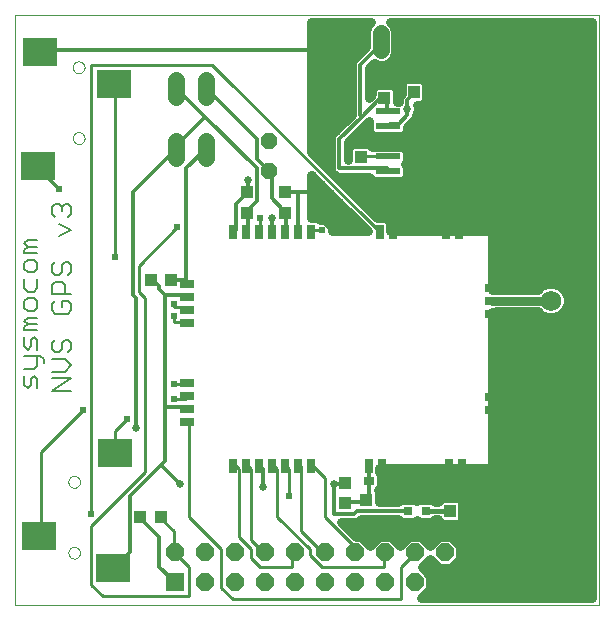
<source format=gtl>
G75*
G70*
%OFA0B0*%
%FSLAX24Y24*%
%IPPOS*%
%LPD*%
%AMOC8*
5,1,8,0,0,1.08239X$1,22.5*
%
%ADD10C,0.0000*%
%ADD11C,0.0060*%
%ADD12R,0.0500X0.0250*%
%ADD13R,0.0250X0.0500*%
%ADD14R,0.1157X0.0945*%
%ADD15R,0.0364X0.0291*%
%ADD16R,0.0433X0.0394*%
%ADD17R,0.0394X0.0433*%
%ADD18C,0.0560*%
%ADD19R,0.0600X0.0600*%
%ADD20OC8,0.0600*%
%ADD21OC8,0.0554*%
%ADD22C,0.0691*%
%ADD23OC8,0.0898*%
%ADD24R,0.0846X0.0217*%
%ADD25R,0.0866X0.1417*%
%ADD26R,0.0315X0.0315*%
%ADD27C,0.0300*%
%ADD28C,0.0600*%
%ADD29R,0.0260X0.0260*%
%ADD30C,0.0240*%
%ADD31C,0.0140*%
%ADD32C,0.0260*%
%ADD33OC8,0.0240*%
%ADD34C,0.0100*%
%ADD35C,0.0160*%
D10*
X000253Y000145D02*
X000253Y019830D01*
X019742Y019830D01*
X019742Y000145D01*
X000253Y000145D01*
X002041Y001897D02*
X002043Y001924D01*
X002049Y001951D01*
X002058Y001977D01*
X002071Y002001D01*
X002087Y002024D01*
X002106Y002043D01*
X002128Y002060D01*
X002152Y002074D01*
X002177Y002084D01*
X002204Y002091D01*
X002231Y002094D01*
X002259Y002093D01*
X002286Y002088D01*
X002312Y002080D01*
X002336Y002068D01*
X002359Y002052D01*
X002380Y002034D01*
X002397Y002013D01*
X002412Y001989D01*
X002423Y001964D01*
X002431Y001938D01*
X002435Y001911D01*
X002435Y001883D01*
X002431Y001856D01*
X002423Y001830D01*
X002412Y001805D01*
X002397Y001781D01*
X002380Y001760D01*
X002359Y001742D01*
X002337Y001726D01*
X002312Y001714D01*
X002286Y001706D01*
X002259Y001701D01*
X002231Y001700D01*
X002204Y001703D01*
X002177Y001710D01*
X002152Y001720D01*
X002128Y001734D01*
X002106Y001751D01*
X002087Y001770D01*
X002071Y001793D01*
X002058Y001817D01*
X002049Y001843D01*
X002043Y001870D01*
X002041Y001897D01*
X002041Y004259D02*
X002043Y004286D01*
X002049Y004313D01*
X002058Y004339D01*
X002071Y004363D01*
X002087Y004386D01*
X002106Y004405D01*
X002128Y004422D01*
X002152Y004436D01*
X002177Y004446D01*
X002204Y004453D01*
X002231Y004456D01*
X002259Y004455D01*
X002286Y004450D01*
X002312Y004442D01*
X002336Y004430D01*
X002359Y004414D01*
X002380Y004396D01*
X002397Y004375D01*
X002412Y004351D01*
X002423Y004326D01*
X002431Y004300D01*
X002435Y004273D01*
X002435Y004245D01*
X002431Y004218D01*
X002423Y004192D01*
X002412Y004167D01*
X002397Y004143D01*
X002380Y004122D01*
X002359Y004104D01*
X002337Y004088D01*
X002312Y004076D01*
X002286Y004068D01*
X002259Y004063D01*
X002231Y004062D01*
X002204Y004065D01*
X002177Y004072D01*
X002152Y004082D01*
X002128Y004096D01*
X002106Y004113D01*
X002087Y004132D01*
X002071Y004155D01*
X002058Y004179D01*
X002049Y004205D01*
X002043Y004232D01*
X002041Y004259D01*
X002190Y015716D02*
X002192Y015743D01*
X002198Y015770D01*
X002207Y015796D01*
X002220Y015820D01*
X002236Y015843D01*
X002255Y015862D01*
X002277Y015879D01*
X002301Y015893D01*
X002326Y015903D01*
X002353Y015910D01*
X002380Y015913D01*
X002408Y015912D01*
X002435Y015907D01*
X002461Y015899D01*
X002485Y015887D01*
X002508Y015871D01*
X002529Y015853D01*
X002546Y015832D01*
X002561Y015808D01*
X002572Y015783D01*
X002580Y015757D01*
X002584Y015730D01*
X002584Y015702D01*
X002580Y015675D01*
X002572Y015649D01*
X002561Y015624D01*
X002546Y015600D01*
X002529Y015579D01*
X002508Y015561D01*
X002486Y015545D01*
X002461Y015533D01*
X002435Y015525D01*
X002408Y015520D01*
X002380Y015519D01*
X002353Y015522D01*
X002326Y015529D01*
X002301Y015539D01*
X002277Y015553D01*
X002255Y015570D01*
X002236Y015589D01*
X002220Y015612D01*
X002207Y015636D01*
X002198Y015662D01*
X002192Y015689D01*
X002190Y015716D01*
X002190Y018078D02*
X002192Y018105D01*
X002198Y018132D01*
X002207Y018158D01*
X002220Y018182D01*
X002236Y018205D01*
X002255Y018224D01*
X002277Y018241D01*
X002301Y018255D01*
X002326Y018265D01*
X002353Y018272D01*
X002380Y018275D01*
X002408Y018274D01*
X002435Y018269D01*
X002461Y018261D01*
X002485Y018249D01*
X002508Y018233D01*
X002529Y018215D01*
X002546Y018194D01*
X002561Y018170D01*
X002572Y018145D01*
X002580Y018119D01*
X002584Y018092D01*
X002584Y018064D01*
X002580Y018037D01*
X002572Y018011D01*
X002561Y017986D01*
X002546Y017962D01*
X002529Y017941D01*
X002508Y017923D01*
X002486Y017907D01*
X002461Y017895D01*
X002435Y017887D01*
X002408Y017882D01*
X002380Y017881D01*
X002353Y017884D01*
X002326Y017891D01*
X002301Y017901D01*
X002277Y017915D01*
X002255Y017932D01*
X002236Y017951D01*
X002220Y017974D01*
X002207Y017998D01*
X002198Y018024D01*
X002192Y018051D01*
X002190Y018078D01*
D11*
X002037Y013513D02*
X002143Y013406D01*
X002143Y013192D01*
X002037Y013086D01*
X001823Y013299D02*
X001823Y013406D01*
X001930Y013513D01*
X002037Y013513D01*
X001823Y013406D02*
X001716Y013513D01*
X001610Y013513D01*
X001503Y013406D01*
X001503Y013192D01*
X001610Y013086D01*
X001716Y012868D02*
X002143Y012655D01*
X001716Y012441D01*
X001003Y012314D02*
X000683Y012314D01*
X000576Y012207D01*
X000683Y012100D01*
X001003Y012100D01*
X001003Y011887D02*
X000576Y011887D01*
X000576Y011993D01*
X000683Y012100D01*
X000683Y011669D02*
X000576Y011562D01*
X000576Y011349D01*
X000683Y011242D01*
X000897Y011242D01*
X001003Y011349D01*
X001003Y011562D01*
X000897Y011669D01*
X000683Y011669D01*
X000576Y011024D02*
X000576Y010704D01*
X000683Y010597D01*
X000897Y010597D01*
X001003Y010704D01*
X001003Y011024D01*
X001503Y010828D02*
X001503Y010507D01*
X002143Y010507D01*
X001930Y010507D02*
X001930Y010828D01*
X001823Y010934D01*
X001610Y010934D01*
X001503Y010828D01*
X001610Y011152D02*
X001716Y011152D01*
X001823Y011259D01*
X001823Y011472D01*
X001930Y011579D01*
X002037Y011579D01*
X002143Y011472D01*
X002143Y011259D01*
X002037Y011152D01*
X001610Y011152D02*
X001503Y011259D01*
X001503Y011472D01*
X001610Y011579D01*
X000897Y010380D02*
X000683Y010380D01*
X000576Y010273D01*
X000576Y010060D01*
X000683Y009953D01*
X000897Y009953D01*
X001003Y010060D01*
X001003Y010273D01*
X000897Y010380D01*
X001503Y010183D02*
X001503Y009970D01*
X001610Y009863D01*
X002037Y009863D01*
X002143Y009970D01*
X002143Y010183D01*
X002037Y010290D01*
X001823Y010290D01*
X001823Y010076D01*
X001610Y010290D02*
X001503Y010183D01*
X001003Y009735D02*
X000683Y009735D01*
X000576Y009629D01*
X000683Y009522D01*
X001003Y009522D01*
X001003Y009308D02*
X000576Y009308D01*
X000576Y009415D01*
X000683Y009522D01*
X000576Y009091D02*
X000576Y008771D01*
X000683Y008664D01*
X000790Y008771D01*
X000790Y008984D01*
X000897Y009091D01*
X001003Y008984D01*
X001003Y008664D01*
X001003Y008446D02*
X001003Y008126D01*
X000897Y008019D01*
X000576Y008019D01*
X000576Y007802D02*
X000576Y007481D01*
X000683Y007375D01*
X000790Y007481D01*
X000790Y007695D01*
X000897Y007802D01*
X001003Y007695D01*
X001003Y007375D01*
X001503Y007285D02*
X002143Y007712D01*
X001503Y007712D01*
X001503Y007929D02*
X001930Y007929D01*
X002143Y008143D01*
X001930Y008356D01*
X001503Y008356D01*
X001610Y008574D02*
X001716Y008574D01*
X001823Y008681D01*
X001823Y008894D01*
X001930Y009001D01*
X002037Y009001D01*
X002143Y008894D01*
X002143Y008681D01*
X002037Y008574D01*
X001610Y008574D02*
X001503Y008681D01*
X001503Y008894D01*
X001610Y009001D01*
X001110Y008446D02*
X001217Y008340D01*
X001217Y008233D01*
X001110Y008446D02*
X000576Y008446D01*
X001503Y007285D02*
X002143Y007285D01*
D12*
X006005Y007113D03*
X006005Y007546D03*
X006005Y006680D03*
X006005Y006247D03*
X006005Y009554D03*
X006005Y009987D03*
X006005Y010420D03*
X006005Y010853D03*
X016163Y010735D03*
X016163Y010302D03*
X016163Y009869D03*
X016163Y007074D03*
X016163Y006641D03*
D13*
X015179Y004790D03*
X014745Y004790D03*
X012501Y004790D03*
X012068Y004790D03*
X010139Y004790D03*
X009706Y004790D03*
X009273Y004790D03*
X008840Y004790D03*
X008407Y004790D03*
X007974Y004790D03*
X007541Y004790D03*
X007541Y012586D03*
X007974Y012586D03*
X008407Y012586D03*
X008840Y012586D03*
X009273Y012586D03*
X009706Y012586D03*
X010139Y012586D03*
X012423Y012586D03*
X012856Y012586D03*
X014627Y012586D03*
X015060Y012586D03*
D14*
X003568Y017527D03*
X001098Y018590D03*
X001039Y014771D03*
X003586Y005204D03*
X001057Y002448D03*
X003527Y001385D03*
D15*
X012064Y004302D03*
X012537Y004302D03*
D16*
X012635Y003668D03*
X011966Y003668D03*
X005466Y010973D03*
X004797Y010973D03*
D17*
X007993Y013235D03*
X007993Y013905D03*
X009257Y013905D03*
X009257Y013235D03*
X011789Y015086D03*
X011789Y015755D03*
X012576Y017054D03*
X012576Y017723D03*
X013560Y017920D03*
X013560Y017251D03*
X011277Y004219D03*
X011277Y003550D03*
X014769Y003295D03*
X015438Y003295D03*
X005116Y003097D03*
X004446Y003097D03*
D18*
X005647Y015059D02*
X005647Y015619D01*
X006647Y015619D02*
X006647Y015059D01*
X006647Y017098D02*
X006647Y017658D01*
X005647Y017658D02*
X005647Y017098D01*
X011458Y018644D02*
X011458Y019204D01*
X012458Y019204D02*
X012458Y018644D01*
X013458Y018644D02*
X013458Y019204D01*
D19*
X005596Y000905D03*
D20*
X005596Y001905D03*
X006596Y001905D03*
X007596Y001905D03*
X008596Y001905D03*
X009596Y001905D03*
X010596Y001905D03*
X011596Y001905D03*
X012596Y001905D03*
X013596Y001905D03*
X014596Y001905D03*
X014596Y000905D03*
X013596Y000905D03*
X012596Y000905D03*
X011596Y000905D03*
X010596Y000905D03*
X009596Y000905D03*
X008596Y000905D03*
X007596Y000905D03*
X006596Y000905D03*
D21*
X008738Y014605D03*
X008738Y015605D03*
X019328Y015105D03*
D22*
X018127Y010302D03*
D23*
X017127Y009302D03*
X019127Y009302D03*
X019127Y011302D03*
X017127Y011302D03*
D24*
X012694Y014617D03*
X012694Y015117D03*
X012694Y015617D03*
X012694Y016117D03*
X012694Y016617D03*
D25*
X014938Y015617D03*
D26*
X013959Y003295D03*
X013368Y003295D03*
D27*
X013663Y003611D02*
X013613Y003662D01*
X013124Y003662D01*
X013036Y003574D01*
X012392Y003574D01*
X012392Y003952D01*
X012366Y003979D01*
X012456Y004070D01*
X012456Y004535D01*
X012403Y004588D01*
X012403Y004719D01*
X016067Y004719D01*
X016155Y004807D01*
X016155Y009922D01*
X016178Y009922D01*
X016228Y009917D01*
X016249Y009922D01*
X016270Y009922D01*
X016317Y009942D01*
X016318Y009942D01*
X017702Y009942D01*
X017813Y009831D01*
X018017Y009747D01*
X018238Y009747D01*
X018442Y009831D01*
X018598Y009988D01*
X018683Y010192D01*
X018683Y010413D01*
X018598Y010617D01*
X018442Y010773D01*
X018238Y010858D01*
X018017Y010858D01*
X017813Y010773D01*
X017702Y010662D01*
X016183Y010662D01*
X016155Y010665D01*
X016155Y012530D01*
X016067Y012618D01*
X012758Y012618D01*
X012758Y012923D01*
X012635Y013046D01*
X012326Y013046D01*
X010135Y015237D01*
X010135Y019580D01*
X012141Y019580D01*
X012043Y019482D01*
X011968Y019302D01*
X011968Y018751D01*
X011610Y018394D01*
X011532Y018315D01*
X011489Y018212D01*
X011489Y016501D01*
X010843Y015854D01*
X010800Y015752D01*
X010800Y014656D01*
X010843Y014553D01*
X010921Y014474D01*
X011024Y014432D01*
X012061Y014432D01*
X012061Y014422D01*
X012184Y014299D01*
X013205Y014299D01*
X013328Y014422D01*
X013328Y014812D01*
X013273Y014867D01*
X013328Y014922D01*
X013328Y015312D01*
X013205Y015435D01*
X012184Y015435D01*
X012167Y015418D01*
X012073Y015512D01*
X011505Y015512D01*
X011382Y015389D01*
X011382Y014992D01*
X011360Y014992D01*
X011360Y015580D01*
X011977Y016197D01*
X012056Y016275D01*
X012056Y016275D01*
X012061Y016281D01*
X012061Y015922D01*
X012184Y015799D01*
X013205Y015799D01*
X013328Y015922D01*
X013328Y016071D01*
X013581Y016325D01*
X013624Y016428D01*
X013624Y016479D01*
X013632Y016488D01*
X013684Y016612D01*
X013684Y016748D01*
X013652Y016824D01*
X013844Y016824D01*
X013967Y016947D01*
X013967Y017555D01*
X013844Y017678D01*
X013277Y017678D01*
X013154Y017555D01*
X013154Y017181D01*
X013107Y017134D01*
X013064Y017031D01*
X013064Y016935D01*
X012983Y016935D01*
X012983Y017358D01*
X012860Y017481D01*
X012292Y017481D01*
X012169Y017358D01*
X012169Y017181D01*
X012122Y017134D01*
X012049Y017061D01*
X012049Y018041D01*
X012221Y018212D01*
X012361Y018154D01*
X012556Y018154D01*
X012736Y018229D01*
X012873Y018367D01*
X012948Y018547D01*
X012948Y019302D01*
X012873Y019482D01*
X012776Y019580D01*
X019492Y019580D01*
X019492Y000395D01*
X013807Y000395D01*
X014106Y000693D01*
X014106Y001116D01*
X013817Y001405D01*
X014096Y001683D01*
X014385Y001395D01*
X014807Y001395D01*
X015106Y001693D01*
X015106Y002116D01*
X014807Y002415D01*
X014385Y002415D01*
X014096Y002126D01*
X013807Y002415D01*
X013385Y002415D01*
X013096Y002126D01*
X012807Y002415D01*
X012385Y002415D01*
X012096Y002126D01*
X011807Y002415D01*
X011639Y002415D01*
X011137Y002916D01*
X011628Y002916D01*
X011731Y002958D01*
X011787Y003014D01*
X013037Y003014D01*
X013124Y002927D01*
X013613Y002927D01*
X013663Y002978D01*
X013714Y002927D01*
X014203Y002927D01*
X014281Y003005D01*
X014362Y003005D01*
X014362Y002991D01*
X014485Y002868D01*
X015053Y002868D01*
X015176Y002991D01*
X015176Y003598D01*
X015053Y003721D01*
X014485Y003721D01*
X014362Y003598D01*
X014362Y003585D01*
X014281Y003585D01*
X014203Y003662D01*
X013714Y003662D01*
X013663Y003611D01*
X012392Y003727D02*
X019492Y003727D01*
X019492Y004025D02*
X012412Y004025D01*
X012456Y004324D02*
X019492Y004324D01*
X019492Y004622D02*
X012403Y004622D01*
X011222Y002831D02*
X019492Y002831D01*
X019492Y002533D02*
X011520Y002533D01*
X011987Y002234D02*
X012204Y002234D01*
X012987Y002234D02*
X013204Y002234D01*
X013987Y002234D02*
X014204Y002234D01*
X014142Y001637D02*
X014050Y001637D01*
X013883Y001339D02*
X019492Y001339D01*
X019492Y001040D02*
X014106Y001040D01*
X014106Y000742D02*
X019492Y000742D01*
X019492Y000443D02*
X013856Y000443D01*
X015050Y001637D02*
X019492Y001637D01*
X019492Y001936D02*
X015106Y001936D01*
X014987Y002234D02*
X019492Y002234D01*
X019492Y003130D02*
X015176Y003130D01*
X015176Y003428D02*
X019492Y003428D01*
X019492Y004921D02*
X016155Y004921D01*
X016155Y005219D02*
X019492Y005219D01*
X019492Y005518D02*
X016155Y005518D01*
X016155Y005816D02*
X019492Y005816D01*
X019492Y006115D02*
X016155Y006115D01*
X016155Y006413D02*
X019492Y006413D01*
X019492Y006712D02*
X016155Y006712D01*
X016155Y007010D02*
X019492Y007010D01*
X019492Y007309D02*
X016155Y007309D01*
X016155Y007607D02*
X019492Y007607D01*
X019492Y007906D02*
X016155Y007906D01*
X016155Y008204D02*
X019492Y008204D01*
X019492Y008503D02*
X016155Y008503D01*
X016155Y008801D02*
X019492Y008801D01*
X019492Y009100D02*
X016155Y009100D01*
X016155Y009398D02*
X019492Y009398D01*
X019492Y009697D02*
X016155Y009697D01*
X016198Y010282D02*
X016198Y010302D01*
X017820Y010302D01*
X017970Y010282D01*
X018068Y010282D01*
X018127Y010302D01*
X018683Y010294D02*
X019492Y010294D01*
X019492Y009995D02*
X018601Y009995D01*
X018608Y010592D02*
X019492Y010592D01*
X019492Y010891D02*
X016155Y010891D01*
X016155Y011189D02*
X019492Y011189D01*
X019492Y011488D02*
X016155Y011488D01*
X016155Y011786D02*
X019492Y011786D01*
X019492Y012085D02*
X016155Y012085D01*
X016155Y012383D02*
X019492Y012383D01*
X019492Y012682D02*
X012758Y012682D01*
X012700Y012980D02*
X019492Y012980D01*
X019492Y013279D02*
X012093Y013279D01*
X011795Y013577D02*
X019492Y013577D01*
X019492Y013876D02*
X011496Y013876D01*
X011198Y014174D02*
X019492Y014174D01*
X019492Y014473D02*
X013328Y014473D01*
X013328Y014771D02*
X019492Y014771D01*
X019492Y015070D02*
X013328Y015070D01*
X013272Y015368D02*
X019492Y015368D01*
X019492Y015667D02*
X011447Y015667D01*
X011382Y015368D02*
X011360Y015368D01*
X011360Y015070D02*
X011382Y015070D01*
X010800Y015070D02*
X010302Y015070D01*
X010135Y015368D02*
X010800Y015368D01*
X010800Y015667D02*
X010135Y015667D01*
X010135Y015965D02*
X010953Y015965D01*
X011252Y016264D02*
X010135Y016264D01*
X010135Y016562D02*
X011489Y016562D01*
X011489Y016861D02*
X010135Y016861D01*
X010135Y017159D02*
X011489Y017159D01*
X011489Y017458D02*
X010135Y017458D01*
X010135Y017756D02*
X011489Y017756D01*
X011489Y018055D02*
X010135Y018055D01*
X010135Y018353D02*
X011570Y018353D01*
X011868Y018652D02*
X010135Y018652D01*
X010135Y018950D02*
X011968Y018950D01*
X011968Y019249D02*
X010135Y019249D01*
X010135Y019547D02*
X012108Y019547D01*
X012808Y019547D02*
X019492Y019547D01*
X019492Y019249D02*
X012948Y019249D01*
X012948Y018950D02*
X019492Y018950D01*
X019492Y018652D02*
X012948Y018652D01*
X012860Y018353D02*
X019492Y018353D01*
X019492Y018055D02*
X012063Y018055D01*
X012049Y017756D02*
X019492Y017756D01*
X019492Y017458D02*
X013967Y017458D01*
X013967Y017159D02*
X019492Y017159D01*
X019492Y016861D02*
X013881Y016861D01*
X013663Y016562D02*
X019492Y016562D01*
X019492Y016264D02*
X013520Y016264D01*
X013328Y015965D02*
X019492Y015965D01*
X016198Y010302D02*
X016159Y010302D01*
X016163Y010302D02*
X016198Y010282D01*
X012019Y012618D02*
X010820Y012618D01*
X010820Y012710D01*
X010769Y012832D01*
X010676Y012924D01*
X010555Y012975D01*
X010424Y012975D01*
X010423Y012974D01*
X010351Y013046D01*
X010135Y013046D01*
X010135Y014501D01*
X012019Y012618D01*
X011955Y012682D02*
X010820Y012682D01*
X010417Y012980D02*
X011656Y012980D01*
X011358Y013279D02*
X010135Y013279D01*
X010135Y013577D02*
X011059Y013577D01*
X010761Y013876D02*
X010135Y013876D01*
X010135Y014174D02*
X010462Y014174D01*
X010164Y014473D02*
X010135Y014473D01*
X010601Y014771D02*
X010800Y014771D01*
X010899Y014473D02*
X010925Y014473D01*
X011745Y015965D02*
X012061Y015965D01*
X011977Y016197D02*
X011977Y016197D01*
X012044Y016264D02*
X012061Y016264D01*
X012049Y017159D02*
X012147Y017159D01*
X012049Y017458D02*
X012269Y017458D01*
X012883Y017458D02*
X013154Y017458D01*
X013132Y017159D02*
X012983Y017159D01*
D28*
X017104Y011286D02*
X019112Y011286D01*
X019112Y009279D01*
X017104Y009279D01*
X017104Y009318D01*
X019112Y011286D02*
X019112Y011326D01*
D29*
X018994Y012586D03*
X019348Y012586D03*
X018639Y012586D03*
X018285Y012586D03*
X017931Y012586D03*
X017576Y012586D03*
X017222Y012586D03*
X016868Y012586D03*
X016513Y012586D03*
X016159Y012586D03*
X016198Y008097D03*
X016553Y008097D03*
X016907Y008097D03*
X017261Y008097D03*
X017616Y008097D03*
X017970Y008097D03*
X018324Y008097D03*
X018679Y008097D03*
X019033Y008097D03*
X019387Y008097D03*
D30*
X017743Y009865D03*
X017503Y009865D03*
X017263Y009865D03*
X017023Y009865D03*
X016783Y009865D03*
X016543Y009865D03*
X016543Y010735D03*
X016783Y010735D03*
X017023Y010735D03*
X017263Y010735D03*
X017503Y010735D03*
X017743Y010735D03*
X010490Y012645D03*
X008423Y013038D03*
X005667Y012743D03*
X003600Y011759D03*
X005568Y010184D03*
X005568Y009790D03*
X005568Y007527D03*
X005568Y007034D03*
X003993Y006345D03*
X002517Y006641D03*
X002812Y003196D03*
X009407Y003786D03*
X001730Y014023D03*
D31*
X004190Y013924D02*
X005568Y015302D01*
X005647Y015339D01*
X005667Y015401D01*
X005667Y015499D01*
X006602Y016434D01*
X008324Y014712D01*
X008324Y013629D01*
X008029Y013334D01*
X007993Y013235D01*
X008029Y013137D01*
X008029Y012645D01*
X007974Y012586D01*
X007635Y012645D02*
X007541Y012586D01*
X007635Y012645D02*
X007635Y013531D01*
X007930Y013826D01*
X007993Y013905D01*
X008029Y013924D01*
X008029Y014318D01*
X008718Y014613D02*
X008324Y015007D01*
X008324Y015696D01*
X006651Y017369D01*
X006647Y017378D01*
X006602Y016434D02*
X005667Y017369D01*
X005647Y017378D01*
X006553Y015302D02*
X006647Y015339D01*
X006553Y015302D02*
X005962Y014712D01*
X005962Y010971D01*
X006005Y010853D01*
X005962Y010873D01*
X005962Y010971D01*
X005470Y010971D01*
X005466Y010973D01*
X005076Y010775D02*
X005076Y010676D01*
X005273Y010479D01*
X005273Y006739D01*
X005273Y004968D01*
X005125Y004820D01*
X005765Y004180D01*
X005125Y004820D02*
X004092Y003786D01*
X004092Y001916D01*
X003600Y001424D01*
X003527Y001385D01*
X005076Y001424D02*
X005596Y000905D01*
X005076Y001424D02*
X005076Y002408D01*
X004486Y002999D01*
X004446Y003097D01*
X004289Y006050D02*
X004289Y010381D01*
X004190Y010479D01*
X004190Y013924D01*
X004797Y010973D02*
X004879Y010971D01*
X005076Y010775D01*
X005273Y010479D02*
X005962Y010479D01*
X006005Y010420D01*
X008840Y012586D02*
X008816Y012645D01*
X008816Y013038D01*
X009257Y013235D02*
X009308Y013137D01*
X009308Y012645D01*
X009273Y012586D01*
X009702Y012645D02*
X009706Y012586D01*
X009702Y012645D02*
X009702Y013924D01*
X009308Y013924D01*
X009257Y013905D01*
X009702Y013924D02*
X010135Y013924D01*
X009210Y013334D02*
X009257Y013235D01*
X009210Y013334D02*
X008816Y013727D01*
X008816Y014515D01*
X008738Y014605D01*
X008718Y014613D01*
X011080Y014712D02*
X011080Y015696D01*
X011818Y016434D01*
X011769Y016483D01*
X011769Y018156D01*
X012458Y018845D01*
X012458Y018924D01*
X013560Y017251D02*
X013541Y017172D01*
X013344Y016975D01*
X013344Y016680D01*
X013344Y016483D01*
X013049Y016188D01*
X012753Y016188D01*
X012694Y016117D01*
X012694Y016617D02*
X012655Y016680D01*
X012655Y016975D01*
X012576Y017054D01*
X012556Y016975D01*
X012360Y016975D01*
X011818Y016434D01*
X011080Y014712D02*
X012655Y014712D01*
X012694Y014617D01*
X010135Y018649D02*
X001139Y018649D01*
X001098Y018590D01*
X005273Y006739D02*
X005962Y006739D01*
X006005Y006680D01*
X008407Y004790D02*
X008423Y004771D01*
X008521Y004672D01*
X008521Y004082D01*
X010883Y004180D02*
X010883Y003196D01*
X011572Y003196D01*
X011671Y003294D01*
X013344Y003294D01*
X013368Y003295D01*
X012064Y003688D02*
X011966Y003668D01*
X011868Y003590D01*
X011375Y003590D01*
X011277Y003550D01*
X011179Y004180D02*
X010883Y004180D01*
X011179Y004180D02*
X011277Y004219D01*
X012064Y004302D02*
X012064Y004771D01*
X012068Y004790D01*
X012064Y004302D02*
X012064Y003688D01*
D32*
X010883Y004180D03*
X008521Y004082D03*
X005765Y004180D03*
X004289Y006050D03*
X008816Y013038D03*
X008029Y014318D03*
X013344Y016680D03*
D33*
X010783Y013285D03*
D34*
X010490Y012645D02*
X010194Y012645D01*
X010139Y012586D01*
X008423Y012645D02*
X008407Y012586D01*
X008423Y012645D02*
X008423Y013038D01*
X005667Y012743D02*
X004387Y011464D01*
X004387Y010578D01*
X004584Y010381D01*
X004584Y004574D01*
X002812Y002802D01*
X002812Y000834D01*
X003206Y000440D01*
X006060Y000440D01*
X006060Y001424D01*
X005667Y001818D01*
X005596Y001905D01*
X005568Y001916D01*
X005568Y002605D01*
X005175Y002999D01*
X005116Y003097D01*
X006060Y003097D02*
X007143Y002015D01*
X007143Y000735D01*
X007537Y000342D01*
X013147Y000342D01*
X013147Y001424D01*
X013541Y001818D01*
X013596Y001905D01*
X012596Y001905D02*
X012556Y001818D01*
X012556Y001424D01*
X010490Y001424D01*
X010096Y001818D01*
X010096Y002015D01*
X009013Y003097D01*
X009013Y004672D01*
X008915Y004771D01*
X008840Y004790D01*
X009273Y004790D02*
X009308Y004771D01*
X009407Y004672D01*
X009407Y003786D01*
X009706Y004790D02*
X009801Y004771D01*
X009801Y002605D01*
X010588Y001818D01*
X010596Y001905D01*
X009596Y001905D02*
X009505Y001818D01*
X009505Y001424D01*
X008423Y001424D01*
X008127Y001719D01*
X008127Y002015D01*
X007734Y002408D01*
X007734Y004672D01*
X007635Y004771D01*
X007541Y004790D01*
X007974Y004790D02*
X008029Y004771D01*
X008127Y004672D01*
X008127Y002310D01*
X008521Y001916D01*
X008596Y001905D01*
X010588Y003097D02*
X011572Y002113D01*
X011572Y001916D01*
X011596Y001905D01*
X010588Y003097D02*
X010588Y004377D01*
X010194Y004771D01*
X010139Y004790D01*
X006060Y006149D02*
X006060Y003097D01*
X003586Y005204D02*
X003600Y005263D01*
X003600Y005952D01*
X003993Y006345D01*
X002517Y006641D02*
X001139Y005263D01*
X001139Y002507D01*
X001057Y002448D01*
X002812Y003196D02*
X002812Y018156D01*
X006848Y018156D01*
X012360Y012645D01*
X012423Y012586D01*
X012655Y015105D02*
X011868Y015105D01*
X011789Y015086D01*
X012655Y015105D02*
X012694Y015117D01*
X005962Y010086D02*
X006005Y009987D01*
X005962Y010086D02*
X005568Y010086D01*
X005568Y010184D01*
X005568Y009790D02*
X005568Y009594D01*
X005962Y009594D01*
X006005Y009554D01*
X006005Y007546D02*
X005962Y007527D01*
X005568Y007527D01*
X006005Y007113D02*
X005962Y007034D01*
X005568Y007034D01*
X006005Y006247D02*
X006060Y006149D01*
X003600Y011759D02*
X003600Y017468D01*
X003568Y017527D01*
X001039Y014771D02*
X001041Y014712D01*
X001730Y014023D01*
D35*
X013959Y003295D02*
X014769Y003295D01*
M02*

</source>
